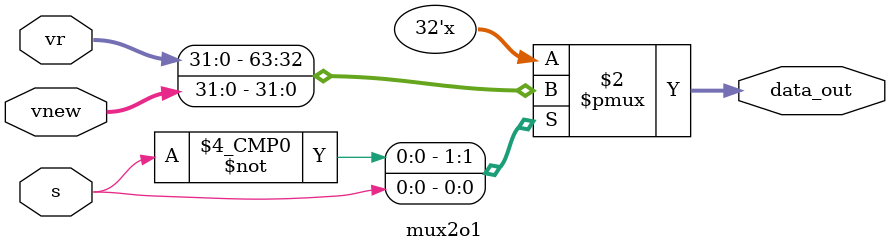
<source format=v>
`timescale 1ns / 1ps


module mux2o1

(
    input [31:0] vr,
    input [31:0] vnew,
    input s,
    output reg [31:0] data_out
 );
    
    
    always @(*) begin
    case ({s})
        3'b0 : data_out = vr;
        3'b1 : data_out = vnew;
        default : data_out = 32'hXXXX_XXXX; 
    endcase
end
    
    
endmodule

</source>
